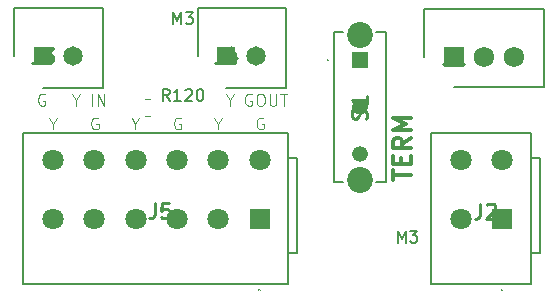
<source format=gbr>
%TF.GenerationSoftware,KiCad,Pcbnew,8.0.7*%
%TF.CreationDate,2024-12-13T10:46:06-05:00*%
%TF.ProjectId,SwerveHubWago,53776572-7665-4487-9562-5761676f2e6b,rev?*%
%TF.SameCoordinates,Original*%
%TF.FileFunction,Legend,Top*%
%TF.FilePolarity,Positive*%
%FSLAX46Y46*%
G04 Gerber Fmt 4.6, Leading zero omitted, Abs format (unit mm)*
G04 Created by KiCad (PCBNEW 8.0.7) date 2024-12-13 10:46:06*
%MOMM*%
%LPD*%
G01*
G04 APERTURE LIST*
%ADD10C,0.300000*%
%ADD11C,0.100000*%
%ADD12C,0.150000*%
%ADD13C,0.254000*%
%ADD14C,0.200000*%
%ADD15C,0.120000*%
%ADD16R,1.337000X1.337000*%
%ADD17C,1.337000*%
%ADD18C,2.190000*%
%ADD19R,1.650000X1.650000*%
%ADD20C,1.650000*%
%ADD21R,1.800000X1.800000*%
%ADD22C,1.800000*%
%ADD23R,1.725000X1.725000*%
%ADD24C,1.725000*%
G04 APERTURE END LIST*
D10*
X158800828Y-54659774D02*
X158800828Y-53802632D01*
X160300828Y-54231203D02*
X158800828Y-54231203D01*
X159515114Y-53302632D02*
X159515114Y-52802632D01*
X160300828Y-52588346D02*
X160300828Y-53302632D01*
X160300828Y-53302632D02*
X158800828Y-53302632D01*
X158800828Y-53302632D02*
X158800828Y-52588346D01*
X160300828Y-51088346D02*
X159586542Y-51588346D01*
X160300828Y-51945489D02*
X158800828Y-51945489D01*
X158800828Y-51945489D02*
X158800828Y-51374060D01*
X158800828Y-51374060D02*
X158872257Y-51231203D01*
X158872257Y-51231203D02*
X158943685Y-51159774D01*
X158943685Y-51159774D02*
X159086542Y-51088346D01*
X159086542Y-51088346D02*
X159300828Y-51088346D01*
X159300828Y-51088346D02*
X159443685Y-51159774D01*
X159443685Y-51159774D02*
X159515114Y-51231203D01*
X159515114Y-51231203D02*
X159586542Y-51374060D01*
X159586542Y-51374060D02*
X159586542Y-51945489D01*
X160300828Y-50445489D02*
X158800828Y-50445489D01*
X158800828Y-50445489D02*
X159872257Y-49945489D01*
X159872257Y-49945489D02*
X158800828Y-49445489D01*
X158800828Y-49445489D02*
X160300828Y-49445489D01*
D11*
X136994360Y-49896228D02*
X136994360Y-50372419D01*
X136661027Y-49372419D02*
X136994360Y-49896228D01*
X136994360Y-49896228D02*
X137327693Y-49372419D01*
X129994360Y-49896228D02*
X129994360Y-50372419D01*
X129661027Y-49372419D02*
X129994360Y-49896228D01*
X129994360Y-49896228D02*
X130327693Y-49372419D01*
X143994360Y-49896228D02*
X143994360Y-50372419D01*
X143661027Y-49372419D02*
X143994360Y-49896228D01*
X143994360Y-49896228D02*
X144327693Y-49372419D01*
X133827693Y-49420038D02*
X133732455Y-49372419D01*
X133732455Y-49372419D02*
X133589598Y-49372419D01*
X133589598Y-49372419D02*
X133446741Y-49420038D01*
X133446741Y-49420038D02*
X133351503Y-49515276D01*
X133351503Y-49515276D02*
X133303884Y-49610514D01*
X133303884Y-49610514D02*
X133256265Y-49800990D01*
X133256265Y-49800990D02*
X133256265Y-49943847D01*
X133256265Y-49943847D02*
X133303884Y-50134323D01*
X133303884Y-50134323D02*
X133351503Y-50229561D01*
X133351503Y-50229561D02*
X133446741Y-50324800D01*
X133446741Y-50324800D02*
X133589598Y-50372419D01*
X133589598Y-50372419D02*
X133684836Y-50372419D01*
X133684836Y-50372419D02*
X133827693Y-50324800D01*
X133827693Y-50324800D02*
X133875312Y-50277180D01*
X133875312Y-50277180D02*
X133875312Y-49943847D01*
X133875312Y-49943847D02*
X133684836Y-49943847D01*
X140827693Y-49420038D02*
X140732455Y-49372419D01*
X140732455Y-49372419D02*
X140589598Y-49372419D01*
X140589598Y-49372419D02*
X140446741Y-49420038D01*
X140446741Y-49420038D02*
X140351503Y-49515276D01*
X140351503Y-49515276D02*
X140303884Y-49610514D01*
X140303884Y-49610514D02*
X140256265Y-49800990D01*
X140256265Y-49800990D02*
X140256265Y-49943847D01*
X140256265Y-49943847D02*
X140303884Y-50134323D01*
X140303884Y-50134323D02*
X140351503Y-50229561D01*
X140351503Y-50229561D02*
X140446741Y-50324800D01*
X140446741Y-50324800D02*
X140589598Y-50372419D01*
X140589598Y-50372419D02*
X140684836Y-50372419D01*
X140684836Y-50372419D02*
X140827693Y-50324800D01*
X140827693Y-50324800D02*
X140875312Y-50277180D01*
X140875312Y-50277180D02*
X140875312Y-49943847D01*
X140875312Y-49943847D02*
X140684836Y-49943847D01*
X147827693Y-49420038D02*
X147732455Y-49372419D01*
X147732455Y-49372419D02*
X147589598Y-49372419D01*
X147589598Y-49372419D02*
X147446741Y-49420038D01*
X147446741Y-49420038D02*
X147351503Y-49515276D01*
X147351503Y-49515276D02*
X147303884Y-49610514D01*
X147303884Y-49610514D02*
X147256265Y-49800990D01*
X147256265Y-49800990D02*
X147256265Y-49943847D01*
X147256265Y-49943847D02*
X147303884Y-50134323D01*
X147303884Y-50134323D02*
X147351503Y-50229561D01*
X147351503Y-50229561D02*
X147446741Y-50324800D01*
X147446741Y-50324800D02*
X147589598Y-50372419D01*
X147589598Y-50372419D02*
X147684836Y-50372419D01*
X147684836Y-50372419D02*
X147827693Y-50324800D01*
X147827693Y-50324800D02*
X147875312Y-50277180D01*
X147875312Y-50277180D02*
X147875312Y-49943847D01*
X147875312Y-49943847D02*
X147684836Y-49943847D01*
X131994360Y-47896228D02*
X131994360Y-48372419D01*
X131661027Y-47372419D02*
X131994360Y-47896228D01*
X131994360Y-47896228D02*
X132327693Y-47372419D01*
X133303884Y-48372419D02*
X133303884Y-47372419D01*
X133780074Y-48372419D02*
X133780074Y-47372419D01*
X133780074Y-47372419D02*
X134351502Y-48372419D01*
X134351502Y-48372419D02*
X134351502Y-47372419D01*
X146827693Y-47420038D02*
X146732455Y-47372419D01*
X146732455Y-47372419D02*
X146589598Y-47372419D01*
X146589598Y-47372419D02*
X146446741Y-47420038D01*
X146446741Y-47420038D02*
X146351503Y-47515276D01*
X146351503Y-47515276D02*
X146303884Y-47610514D01*
X146303884Y-47610514D02*
X146256265Y-47800990D01*
X146256265Y-47800990D02*
X146256265Y-47943847D01*
X146256265Y-47943847D02*
X146303884Y-48134323D01*
X146303884Y-48134323D02*
X146351503Y-48229561D01*
X146351503Y-48229561D02*
X146446741Y-48324800D01*
X146446741Y-48324800D02*
X146589598Y-48372419D01*
X146589598Y-48372419D02*
X146684836Y-48372419D01*
X146684836Y-48372419D02*
X146827693Y-48324800D01*
X146827693Y-48324800D02*
X146875312Y-48277180D01*
X146875312Y-48277180D02*
X146875312Y-47943847D01*
X146875312Y-47943847D02*
X146684836Y-47943847D01*
X144994360Y-47896228D02*
X144994360Y-48372419D01*
X144661027Y-47372419D02*
X144994360Y-47896228D01*
X144994360Y-47896228D02*
X145327693Y-47372419D01*
X147494360Y-47372419D02*
X147684836Y-47372419D01*
X147684836Y-47372419D02*
X147780074Y-47420038D01*
X147780074Y-47420038D02*
X147875312Y-47515276D01*
X147875312Y-47515276D02*
X147922931Y-47705752D01*
X147922931Y-47705752D02*
X147922931Y-48039085D01*
X147922931Y-48039085D02*
X147875312Y-48229561D01*
X147875312Y-48229561D02*
X147780074Y-48324800D01*
X147780074Y-48324800D02*
X147684836Y-48372419D01*
X147684836Y-48372419D02*
X147494360Y-48372419D01*
X147494360Y-48372419D02*
X147399122Y-48324800D01*
X147399122Y-48324800D02*
X147303884Y-48229561D01*
X147303884Y-48229561D02*
X147256265Y-48039085D01*
X147256265Y-48039085D02*
X147256265Y-47705752D01*
X147256265Y-47705752D02*
X147303884Y-47515276D01*
X147303884Y-47515276D02*
X147399122Y-47420038D01*
X147399122Y-47420038D02*
X147494360Y-47372419D01*
X148351503Y-47372419D02*
X148351503Y-48181942D01*
X148351503Y-48181942D02*
X148399122Y-48277180D01*
X148399122Y-48277180D02*
X148446741Y-48324800D01*
X148446741Y-48324800D02*
X148541979Y-48372419D01*
X148541979Y-48372419D02*
X148732455Y-48372419D01*
X148732455Y-48372419D02*
X148827693Y-48324800D01*
X148827693Y-48324800D02*
X148875312Y-48277180D01*
X148875312Y-48277180D02*
X148922931Y-48181942D01*
X148922931Y-48181942D02*
X148922931Y-47372419D01*
X149256265Y-47372419D02*
X149827693Y-47372419D01*
X149541979Y-48372419D02*
X149541979Y-47372419D01*
X129327693Y-47420038D02*
X129232455Y-47372419D01*
X129232455Y-47372419D02*
X129089598Y-47372419D01*
X129089598Y-47372419D02*
X128946741Y-47420038D01*
X128946741Y-47420038D02*
X128851503Y-47515276D01*
X128851503Y-47515276D02*
X128803884Y-47610514D01*
X128803884Y-47610514D02*
X128756265Y-47800990D01*
X128756265Y-47800990D02*
X128756265Y-47943847D01*
X128756265Y-47943847D02*
X128803884Y-48134323D01*
X128803884Y-48134323D02*
X128851503Y-48229561D01*
X128851503Y-48229561D02*
X128946741Y-48324800D01*
X128946741Y-48324800D02*
X129089598Y-48372419D01*
X129089598Y-48372419D02*
X129184836Y-48372419D01*
X129184836Y-48372419D02*
X129327693Y-48324800D01*
X129327693Y-48324800D02*
X129375312Y-48277180D01*
X129375312Y-48277180D02*
X129375312Y-47943847D01*
X129375312Y-47943847D02*
X129184836Y-47943847D01*
D12*
X159190476Y-59954819D02*
X159190476Y-58954819D01*
X159190476Y-58954819D02*
X159523809Y-59669104D01*
X159523809Y-59669104D02*
X159857142Y-58954819D01*
X159857142Y-58954819D02*
X159857142Y-59954819D01*
X160238095Y-58954819D02*
X160857142Y-58954819D01*
X160857142Y-58954819D02*
X160523809Y-59335771D01*
X160523809Y-59335771D02*
X160666666Y-59335771D01*
X160666666Y-59335771D02*
X160761904Y-59383390D01*
X160761904Y-59383390D02*
X160809523Y-59431009D01*
X160809523Y-59431009D02*
X160857142Y-59526247D01*
X160857142Y-59526247D02*
X160857142Y-59764342D01*
X160857142Y-59764342D02*
X160809523Y-59859580D01*
X160809523Y-59859580D02*
X160761904Y-59907200D01*
X160761904Y-59907200D02*
X160666666Y-59954819D01*
X160666666Y-59954819D02*
X160380952Y-59954819D01*
X160380952Y-59954819D02*
X160285714Y-59907200D01*
X160285714Y-59907200D02*
X160238095Y-59859580D01*
D13*
X156513842Y-49467619D02*
X156574318Y-49286190D01*
X156574318Y-49286190D02*
X156574318Y-48983809D01*
X156574318Y-48983809D02*
X156513842Y-48862857D01*
X156513842Y-48862857D02*
X156453365Y-48802381D01*
X156453365Y-48802381D02*
X156332413Y-48741904D01*
X156332413Y-48741904D02*
X156211461Y-48741904D01*
X156211461Y-48741904D02*
X156090508Y-48802381D01*
X156090508Y-48802381D02*
X156030032Y-48862857D01*
X156030032Y-48862857D02*
X155969556Y-48983809D01*
X155969556Y-48983809D02*
X155909080Y-49225714D01*
X155909080Y-49225714D02*
X155848603Y-49346666D01*
X155848603Y-49346666D02*
X155788127Y-49407143D01*
X155788127Y-49407143D02*
X155667175Y-49467619D01*
X155667175Y-49467619D02*
X155546222Y-49467619D01*
X155546222Y-49467619D02*
X155425270Y-49407143D01*
X155425270Y-49407143D02*
X155364794Y-49346666D01*
X155364794Y-49346666D02*
X155304318Y-49225714D01*
X155304318Y-49225714D02*
X155304318Y-48923333D01*
X155304318Y-48923333D02*
X155364794Y-48741904D01*
X156574318Y-47532380D02*
X156574318Y-48258095D01*
X156574318Y-47895238D02*
X155304318Y-47895238D01*
X155304318Y-47895238D02*
X155485746Y-48016190D01*
X155485746Y-48016190D02*
X155606699Y-48137142D01*
X155606699Y-48137142D02*
X155667175Y-48258095D01*
D12*
X139880952Y-47954819D02*
X139547619Y-47478628D01*
X139309524Y-47954819D02*
X139309524Y-46954819D01*
X139309524Y-46954819D02*
X139690476Y-46954819D01*
X139690476Y-46954819D02*
X139785714Y-47002438D01*
X139785714Y-47002438D02*
X139833333Y-47050057D01*
X139833333Y-47050057D02*
X139880952Y-47145295D01*
X139880952Y-47145295D02*
X139880952Y-47288152D01*
X139880952Y-47288152D02*
X139833333Y-47383390D01*
X139833333Y-47383390D02*
X139785714Y-47431009D01*
X139785714Y-47431009D02*
X139690476Y-47478628D01*
X139690476Y-47478628D02*
X139309524Y-47478628D01*
X140833333Y-47954819D02*
X140261905Y-47954819D01*
X140547619Y-47954819D02*
X140547619Y-46954819D01*
X140547619Y-46954819D02*
X140452381Y-47097676D01*
X140452381Y-47097676D02*
X140357143Y-47192914D01*
X140357143Y-47192914D02*
X140261905Y-47240533D01*
X141214286Y-47050057D02*
X141261905Y-47002438D01*
X141261905Y-47002438D02*
X141357143Y-46954819D01*
X141357143Y-46954819D02*
X141595238Y-46954819D01*
X141595238Y-46954819D02*
X141690476Y-47002438D01*
X141690476Y-47002438D02*
X141738095Y-47050057D01*
X141738095Y-47050057D02*
X141785714Y-47145295D01*
X141785714Y-47145295D02*
X141785714Y-47240533D01*
X141785714Y-47240533D02*
X141738095Y-47383390D01*
X141738095Y-47383390D02*
X141166667Y-47954819D01*
X141166667Y-47954819D02*
X141785714Y-47954819D01*
X142404762Y-46954819D02*
X142500000Y-46954819D01*
X142500000Y-46954819D02*
X142595238Y-47002438D01*
X142595238Y-47002438D02*
X142642857Y-47050057D01*
X142642857Y-47050057D02*
X142690476Y-47145295D01*
X142690476Y-47145295D02*
X142738095Y-47335771D01*
X142738095Y-47335771D02*
X142738095Y-47573866D01*
X142738095Y-47573866D02*
X142690476Y-47764342D01*
X142690476Y-47764342D02*
X142642857Y-47859580D01*
X142642857Y-47859580D02*
X142595238Y-47907200D01*
X142595238Y-47907200D02*
X142500000Y-47954819D01*
X142500000Y-47954819D02*
X142404762Y-47954819D01*
X142404762Y-47954819D02*
X142309524Y-47907200D01*
X142309524Y-47907200D02*
X142261905Y-47859580D01*
X142261905Y-47859580D02*
X142214286Y-47764342D01*
X142214286Y-47764342D02*
X142166667Y-47573866D01*
X142166667Y-47573866D02*
X142166667Y-47335771D01*
X142166667Y-47335771D02*
X142214286Y-47145295D01*
X142214286Y-47145295D02*
X142261905Y-47050057D01*
X142261905Y-47050057D02*
X142309524Y-47002438D01*
X142309524Y-47002438D02*
X142404762Y-46954819D01*
X140190476Y-41454819D02*
X140190476Y-40454819D01*
X140190476Y-40454819D02*
X140523809Y-41169104D01*
X140523809Y-41169104D02*
X140857142Y-40454819D01*
X140857142Y-40454819D02*
X140857142Y-41454819D01*
X141238095Y-40454819D02*
X141857142Y-40454819D01*
X141857142Y-40454819D02*
X141523809Y-40835771D01*
X141523809Y-40835771D02*
X141666666Y-40835771D01*
X141666666Y-40835771D02*
X141761904Y-40883390D01*
X141761904Y-40883390D02*
X141809523Y-40931009D01*
X141809523Y-40931009D02*
X141857142Y-41026247D01*
X141857142Y-41026247D02*
X141857142Y-41264342D01*
X141857142Y-41264342D02*
X141809523Y-41359580D01*
X141809523Y-41359580D02*
X141761904Y-41407200D01*
X141761904Y-41407200D02*
X141666666Y-41454819D01*
X141666666Y-41454819D02*
X141380952Y-41454819D01*
X141380952Y-41454819D02*
X141285714Y-41407200D01*
X141285714Y-41407200D02*
X141238095Y-41359580D01*
D13*
X144241667Y-43499318D02*
X144241667Y-44406461D01*
X144241667Y-44406461D02*
X144181190Y-44587889D01*
X144181190Y-44587889D02*
X144060238Y-44708842D01*
X144060238Y-44708842D02*
X143878809Y-44769318D01*
X143878809Y-44769318D02*
X143757857Y-44769318D01*
X145390714Y-43922651D02*
X145390714Y-44769318D01*
X145088333Y-43438842D02*
X144785952Y-44345984D01*
X144785952Y-44345984D02*
X145572143Y-44345984D01*
X128741667Y-43499318D02*
X128741667Y-44406461D01*
X128741667Y-44406461D02*
X128681190Y-44587889D01*
X128681190Y-44587889D02*
X128560238Y-44708842D01*
X128560238Y-44708842D02*
X128378809Y-44769318D01*
X128378809Y-44769318D02*
X128257857Y-44769318D01*
X129225476Y-43499318D02*
X130011667Y-43499318D01*
X130011667Y-43499318D02*
X129588333Y-43983127D01*
X129588333Y-43983127D02*
X129769762Y-43983127D01*
X129769762Y-43983127D02*
X129890714Y-44043603D01*
X129890714Y-44043603D02*
X129951190Y-44104080D01*
X129951190Y-44104080D02*
X130011667Y-44225032D01*
X130011667Y-44225032D02*
X130011667Y-44527413D01*
X130011667Y-44527413D02*
X129951190Y-44648365D01*
X129951190Y-44648365D02*
X129890714Y-44708842D01*
X129890714Y-44708842D02*
X129769762Y-44769318D01*
X129769762Y-44769318D02*
X129406905Y-44769318D01*
X129406905Y-44769318D02*
X129285952Y-44708842D01*
X129285952Y-44708842D02*
X129225476Y-44648365D01*
X138641667Y-56649318D02*
X138641667Y-57556461D01*
X138641667Y-57556461D02*
X138581190Y-57737889D01*
X138581190Y-57737889D02*
X138460238Y-57858842D01*
X138460238Y-57858842D02*
X138278809Y-57919318D01*
X138278809Y-57919318D02*
X138157857Y-57919318D01*
X139851190Y-56649318D02*
X139246428Y-56649318D01*
X139246428Y-56649318D02*
X139185952Y-57254080D01*
X139185952Y-57254080D02*
X139246428Y-57193603D01*
X139246428Y-57193603D02*
X139367381Y-57133127D01*
X139367381Y-57133127D02*
X139669762Y-57133127D01*
X139669762Y-57133127D02*
X139790714Y-57193603D01*
X139790714Y-57193603D02*
X139851190Y-57254080D01*
X139851190Y-57254080D02*
X139911667Y-57375032D01*
X139911667Y-57375032D02*
X139911667Y-57677413D01*
X139911667Y-57677413D02*
X139851190Y-57798365D01*
X139851190Y-57798365D02*
X139790714Y-57858842D01*
X139790714Y-57858842D02*
X139669762Y-57919318D01*
X139669762Y-57919318D02*
X139367381Y-57919318D01*
X139367381Y-57919318D02*
X139246428Y-57858842D01*
X139246428Y-57858842D02*
X139185952Y-57798365D01*
X163536667Y-43564318D02*
X163536667Y-44471461D01*
X163536667Y-44471461D02*
X163476190Y-44652889D01*
X163476190Y-44652889D02*
X163355238Y-44773842D01*
X163355238Y-44773842D02*
X163173809Y-44834318D01*
X163173809Y-44834318D02*
X163052857Y-44834318D01*
X164806667Y-44834318D02*
X164080952Y-44834318D01*
X164443809Y-44834318D02*
X164443809Y-43564318D01*
X164443809Y-43564318D02*
X164322857Y-43745746D01*
X164322857Y-43745746D02*
X164201905Y-43866699D01*
X164201905Y-43866699D02*
X164080952Y-43927175D01*
X166191667Y-56654318D02*
X166191667Y-57561461D01*
X166191667Y-57561461D02*
X166131190Y-57742889D01*
X166131190Y-57742889D02*
X166010238Y-57863842D01*
X166010238Y-57863842D02*
X165828809Y-57924318D01*
X165828809Y-57924318D02*
X165707857Y-57924318D01*
X166735952Y-56775270D02*
X166796428Y-56714794D01*
X166796428Y-56714794D02*
X166917381Y-56654318D01*
X166917381Y-56654318D02*
X167219762Y-56654318D01*
X167219762Y-56654318D02*
X167340714Y-56714794D01*
X167340714Y-56714794D02*
X167401190Y-56775270D01*
X167401190Y-56775270D02*
X167461667Y-56896222D01*
X167461667Y-56896222D02*
X167461667Y-57017175D01*
X167461667Y-57017175D02*
X167401190Y-57198603D01*
X167401190Y-57198603D02*
X166675476Y-57924318D01*
X166675476Y-57924318D02*
X167461667Y-57924318D01*
D11*
%TO.C,S1*%
X153200000Y-44500000D02*
X153200000Y-44500000D01*
X153200000Y-44500000D02*
X153200000Y-44500000D01*
X153300000Y-44500000D02*
X153300000Y-44500000D01*
D14*
X153800000Y-42150000D02*
X153800000Y-54850000D01*
X153800000Y-54850000D02*
X154600000Y-54850000D01*
X154600000Y-42150000D02*
X153800000Y-42150000D01*
X157400000Y-54850000D02*
X158200000Y-54850000D01*
X158200000Y-42150000D02*
X157400000Y-42150000D01*
X158200000Y-54850000D02*
X158200000Y-42150000D01*
D11*
X153200000Y-44500000D02*
G75*
G02*
X153300000Y-44500000I50000J0D01*
G01*
X153300000Y-44500000D02*
G75*
G02*
X153200000Y-44500000I-50000J0D01*
G01*
X153300000Y-44500000D02*
G75*
G02*
X153200000Y-44500000I-50000J0D01*
G01*
D15*
%TO.C,R120*%
X138227064Y-47765000D02*
X137772936Y-47765000D01*
X138227064Y-49235000D02*
X137772936Y-49235000D01*
D14*
%TO.C,J4*%
X142250000Y-40135000D02*
X142250000Y-44195000D01*
X144665000Y-46865000D02*
X149750000Y-46865000D01*
X149750000Y-40135000D02*
X142250000Y-40135000D01*
X149750000Y-46865000D02*
X149750000Y-40135000D01*
%TO.C,J3*%
X126750000Y-40135000D02*
X126750000Y-44195000D01*
X129165000Y-46865000D02*
X134250000Y-46865000D01*
X134250000Y-40135000D02*
X126750000Y-40135000D01*
X134250000Y-46865000D02*
X134250000Y-40135000D01*
%TO.C,J5*%
X127440000Y-50700000D02*
X149940000Y-50700000D01*
X127440000Y-63450000D02*
X127440000Y-50700000D01*
D11*
X147400000Y-63950000D02*
X147400000Y-63950000D01*
X147500000Y-63950000D02*
X147500000Y-63950000D01*
D14*
X149940000Y-50700000D02*
X149940000Y-63450000D01*
X149940000Y-52800000D02*
X150690000Y-52800000D01*
X149940000Y-63450000D02*
X127440000Y-63450000D01*
X150690000Y-52800000D02*
X150690000Y-60850000D01*
X150690000Y-60850000D02*
X149940000Y-60850000D01*
D11*
X147400000Y-63950000D02*
G75*
G02*
X147500000Y-63950000I50000J0D01*
G01*
X147500000Y-63950000D02*
G75*
G02*
X147400000Y-63950000I-50000J0D01*
G01*
D14*
%TO.C,J1*%
X161415000Y-40200000D02*
X161415000Y-44260000D01*
X163960000Y-46800000D02*
X171585000Y-46800000D01*
X171585000Y-40200000D02*
X161415000Y-40200000D01*
X171585000Y-46800000D02*
X171585000Y-40200000D01*
%TO.C,J2*%
X162040000Y-50700000D02*
X170490000Y-50700000D01*
X162040000Y-63450000D02*
X162040000Y-50700000D01*
D11*
X167940000Y-63950000D02*
X167940000Y-63950000D01*
X168040000Y-63950000D02*
X168040000Y-63950000D01*
D14*
X170490000Y-50700000D02*
X170490000Y-63450000D01*
X170490000Y-60850000D02*
X171240000Y-60850000D01*
X170490000Y-63450000D02*
X162040000Y-63450000D01*
X171240000Y-52800000D02*
X170490000Y-52800000D01*
X171240000Y-60850000D02*
X171240000Y-52800000D01*
D11*
X167940000Y-63950000D02*
G75*
G02*
X168040000Y-63950000I50000J0D01*
G01*
X168040000Y-63950000D02*
G75*
G02*
X167940000Y-63950000I-50000J0D01*
G01*
%TD*%
D16*
%TO.C,S1*%
X156000000Y-44500000D03*
D17*
X156000000Y-48500000D03*
X156000000Y-52500000D03*
D18*
X156000000Y-42350000D03*
X156000000Y-54650000D03*
%TD*%
D19*
%TO.C,J4*%
X144665000Y-44195000D03*
D20*
X147205000Y-44195000D03*
%TD*%
D19*
%TO.C,J3*%
X129165000Y-44195000D03*
D20*
X131705000Y-44195000D03*
%TD*%
D21*
%TO.C,J5*%
X147500000Y-58000000D03*
D22*
X147500000Y-53000000D03*
X144000000Y-58000000D03*
X144000000Y-53000000D03*
X140500000Y-58000000D03*
X140500000Y-53000000D03*
X137000000Y-58000000D03*
X137000000Y-53000000D03*
X133500000Y-58000000D03*
X133500000Y-53000000D03*
X130000000Y-58000000D03*
X130000000Y-53000000D03*
%TD*%
D23*
%TO.C,J1*%
X163960000Y-44260000D03*
D24*
X166500000Y-44260000D03*
X169040000Y-44260000D03*
%TD*%
D21*
%TO.C,J2*%
X168040000Y-58000000D03*
D22*
X168040000Y-53000000D03*
X164540000Y-58000000D03*
X164540000Y-53000000D03*
%TD*%
M02*

</source>
